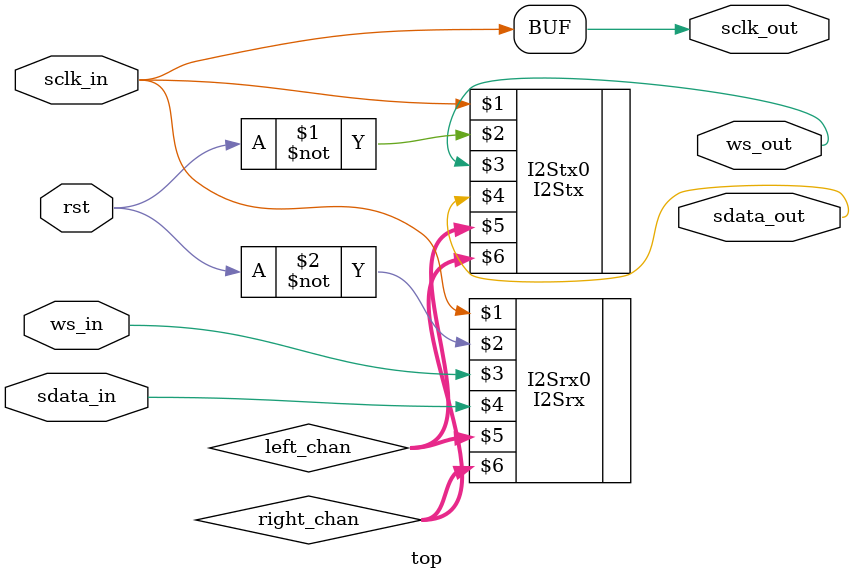
<source format=sv>
module top(
    input  logic sclk_in,
    input  logic rst,
    input  logic ws_in,
    input  logic sdata_in,
    output logic sclk_out,
    output logic ws_out,
    output logic sdata_out
           );

// Internal Logic
parameter WIDTH = 16;
logic [WIDTH-1:0] left_chan, right_chan;

// Instantiate modules
I2Stx #(WIDTH) I2Stx0 (sclk_in, ~rst, ws_out, sdata_out, left_chan, right_chan);
I2Srx #(WIDTH) I2Srx0 (sclk_in, ~rst, ws_in, sdata_in, left_chan, right_chan);

assign sclk_out = sclk_in;

endmodule
</source>
